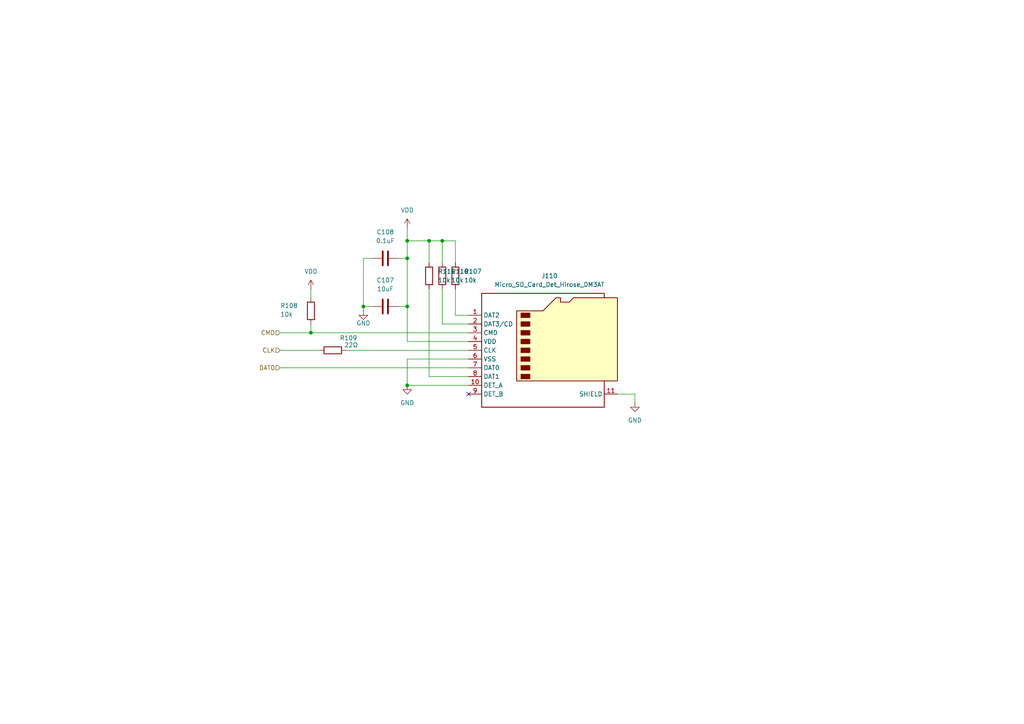
<source format=kicad_sch>
(kicad_sch (version 20250114) (generator "eeschema") (generator_version "9.0")
  (paper "A4")
  (lib_symbols
    (symbol "Connector:Micro_SD_Card_Det_Hirose_DM3AT"
      (property "Reference" "J" (at -16.51 17.78 0))
      (property "Value" "Micro_SD_Card_Det_Hirose_DM3AT" (at 16.51 17.78 0))
      (symbol "Micro_SD_Card_Det_Hirose_DM3AT_0_1"
        (polyline (pts (xy -8.89 -8.89) (xy -8.89 11.43) (xy -1.27 11.43) (xy 2.54 15.24) (xy 3.81 15.24) (xy 3.81 13.97) (xy 6.35 13.97) (xy 7.62 15.24) (xy 20.32 15.24) (xy 20.32 -8.89) (xy -8.89 -8.89)) (stroke (width 0.254)) (fill (type background)))
        (rectangle (start -7.62 10.795) (end -5.08 9.525) (stroke (width 0.254)) (fill (type outline)))
        (rectangle (start -7.62 8.255) (end -5.08 6.985) (stroke (width 0.254)) (fill (type outline)))
        (rectangle (start -7.62 5.715) (end -5.08 4.445) (stroke (width 0.254)) (fill (type outline)))
        (rectangle (start -7.62 3.175) (end -5.08 1.905) (stroke (width 0.254)) (fill (type outline)))
        (rectangle (start -7.62 0.635) (end -5.08 -0.635) (stroke (width 0.254)) (fill (type outline)))
        (rectangle (start -7.62 -1.905) (end -5.08 -3.175) (stroke (width 0.254)) (fill (type outline)))
        (rectangle (start -7.62 -4.445) (end -5.08 -5.715) (stroke (width 0.254)) (fill (type outline)))
        (rectangle (start -7.62 -6.985) (end -5.08 -8.255) (stroke (width 0.254)) (fill (type outline)))
        (polyline (pts (xy 16.51 15.24) (xy 16.51 16.51) (xy -19.05 16.51) (xy -19.05 -16.51) (xy 16.51 -16.51) (xy 16.51 -8.89)) (stroke (width 0.254)))
      )
      (symbol "Micro_SD_Card_Det_Hirose_DM3AT_1_1"
        (pin bidirectional line (at -22.86 10.16 0) (length 3.81) (name "DAT2") (number "1"))
        (pin bidirectional line (at -22.86 7.62 0) (length 3.81) (name "DAT3/CD") (number "2"))
        (pin input line (at -22.86 5.08 0) (length 3.81) (name "CMD") (number "3"))
        (pin power_in line (at -22.86 2.54 0) (length 3.81) (name "VDD") (number "4"))
        (pin input line (at -22.86 0 0) (length 3.81) (name "CLK") (number "5"))
        (pin power_in line (at -22.86 -2.54 0) (length 3.81) (name "VSS") (number "6"))
        (pin bidirectional line (at -22.86 -5.08 0) (length 3.81) (name "DAT0") (number "7"))
        (pin bidirectional line (at -22.86 -7.62 0) (length 3.81) (name "DAT1") (number "8"))
        (pin passive line (at -22.86 -10.16 0) (length 3.81) (name "DET_A") (number "10"))
        (pin passive line (at -22.86 -12.7 0) (length 3.81) (name "DET_B") (number "9"))
        (pin passive line (at 20.32 -12.7 180) (length 3.81) (name "SHIELD") (number "11"))
      )
    )
    (symbol "Device:C" (pin_numbers (hide yes)) (pin_names (offset 0.254))
      (property "Reference" "C" (at 0.635 2.54 0))
      (property "Value" "C" (at 0.635 -2.54 0))
      (symbol "C_0_1"
        (polyline (pts (xy -2.032 0.762) (xy 2.032 0.762)) (stroke (width 0.508)))
        (polyline (pts (xy -2.032 -0.762) (xy 2.032 -0.762)) (stroke (width 0.508)))
      )
      (symbol "C_1_1"
        (pin passive line (at 0 3.81 270) (length 2.794) (name "~") (number "1"))
        (pin passive line (at 0 -3.81 90) (length 2.794) (name "~") (number "2"))
      )
    )
    (symbol "Device:R" (pin_numbers (hide yes)) (pin_names (offset 0))
      (property "Reference" "R" (at 2.032 0 90))
      (property "Value" "R" (at 0 0 90))
      (symbol "R_0_1"
        (rectangle (start -1.016 -2.54) (end 1.016 2.54) (stroke (width 0.254)))
      )
      (symbol "R_1_1"
        (pin passive line (at 0 3.81 270) (length 1.27) (name "~") (number "1"))
        (pin passive line (at 0 -3.81 90) (length 1.27) (name "~") (number "2"))
      )
    )
    (symbol "power:GND" (power) (pin_numbers (hide yes)) (pin_names (offset 0) (hide yes))
      (property "Value" "GND" (at 0 -3.81 0))
      (symbol "GND_0_1"
        (polyline (pts (xy 0 0) (xy 0 -1.27) (xy 1.27 -1.27) (xy 0 -2.54) (xy -1.27 -1.27) (xy 0 -1.27)))
      )
      (symbol "GND_1_1"
        (pin power_in line (at 0 0 270) (length 0) (name "~") (number "1"))
      )
    )
    (symbol "power:VDD" (power) (pin_numbers (hide yes)) (pin_names (offset 0) (hide yes))
      (property "Value" "VDD" (at 0 3.556 0))
      (symbol "VDD_0_1"
        (polyline (pts (xy -0.762 1.27) (xy 0 2.54)))
        (polyline (pts (xy 0 2.54) (xy 0.762 1.27)))
        (polyline (pts (xy 0 0) (xy 0 2.54)))
      )
      (symbol "VDD_1_1"
        (pin power_in line (at 0 0 90) (length 0) (name "~") (number "1"))
      )
    )
  )
  (junction (at 118.11 88.9))
  (junction (at 118.11 111.76))
  (junction (at 124.46 69.85))
  (junction (at 118.11 74.93))
  (junction (at 128.27 69.85))
  (junction (at 105.41 88.9))
  (junction (at 118.11 69.85))
  (junction (at 90.17 96.52))
  (no_connect (at 135.89 114.3))
  (wire (pts (xy 118.11 69.85) (xy 118.11 74.93)))
  (wire (pts (xy 118.11 111.76) (xy 135.89 111.76)))
  (wire (pts (xy 128.27 93.98) (xy 128.27 83.82)))
  (wire (pts (xy 128.27 69.85) (xy 128.27 76.2)))
  (wire (pts (xy 184.15 114.3) (xy 184.15 116.84)))
  (wire (pts (xy 115.57 74.93) (xy 118.11 74.93)))
  (wire (pts (xy 105.41 74.93) (xy 105.41 88.9)))
  (wire (pts (xy 107.95 74.93) (xy 105.41 74.93)))
  (wire (pts (xy 118.11 104.14) (xy 118.11 111.76)))
  (wire (pts (xy 135.89 99.06) (xy 118.11 99.06)))
  (wire (pts (xy 118.11 66.04) (xy 118.11 69.85)))
  (wire (pts (xy 100.33 101.6) (xy 135.89 101.6)))
  (wire (pts (xy 90.17 83.82) (xy 90.17 86.36)))
  (wire (pts (xy 107.95 88.9) (xy 105.41 88.9)))
  (wire (pts (xy 115.57 88.9) (xy 118.11 88.9)))
  (wire (pts (xy 124.46 69.85) (xy 124.46 76.2)))
  (wire (pts (xy 132.08 69.85) (xy 128.27 69.85)))
  (wire (pts (xy 135.89 93.98) (xy 128.27 93.98)))
  (wire (pts (xy 179.07 114.3) (xy 184.15 114.3)))
  (wire (pts (xy 128.27 69.85) (xy 124.46 69.85)))
  (wire (pts (xy 124.46 69.85) (xy 118.11 69.85)))
  (wire (pts (xy 90.17 93.98) (xy 90.17 96.52)))
  (wire (pts (xy 135.89 109.22) (xy 124.46 109.22)))
  (wire (pts (xy 135.89 104.14) (xy 118.11 104.14)))
  (wire (pts (xy 81.28 106.68) (xy 135.89 106.68)))
  (wire (pts (xy 132.08 69.85) (xy 132.08 76.2)))
  (wire (pts (xy 135.89 91.44) (xy 132.08 91.44)))
  (wire (pts (xy 105.41 88.9) (xy 105.41 90.17)))
  (wire (pts (xy 81.28 101.6) (xy 92.71 101.6)))
  (wire (pts (xy 118.11 74.93) (xy 118.11 88.9)))
  (wire (pts (xy 81.28 96.52) (xy 90.17 96.52)))
  (wire (pts (xy 90.17 96.52) (xy 135.89 96.52)))
  (wire (pts (xy 118.11 88.9) (xy 118.11 99.06)))
  (wire (pts (xy 124.46 83.82) (xy 124.46 109.22)))
  (wire (pts (xy 132.08 83.82) (xy 132.08 91.44)))
  (hierarchical_label "CLK" (shape input) (at 81.28 101.6 180))
  (hierarchical_label "CMD" (shape input) (at 81.28 96.52 180))
  (hierarchical_label "DAT0" (shape input) (at 81.28 106.68 180))
  (symbol (lib_id "Device:C") (at 111.76 88.9 90) (unit 1)
    (property "Reference" "C107" (at 111.76 81.28 90))
    (property "Value" "10uF" (at 111.76 83.82 90))
    (property "Footprint" "Capacitor_THT:C_Axial_L3.8mm_D2.6mm_P7.50mm_Horizontal" (effects (hide yes)))
    (property "Description" "Unpolarized capacitor" (effects (hide yes)))
  )
  (symbol (lib_id "power:GND") (at 184.15 116.84 0) (unit 1)
    (property "Reference" "#PWR0104" (effects (hide yes)))
    (property "Value" "GND" (at 184.15 121.92 0))
    (property "Description" "Power symbol creates a global label with name \"GND\" , ground" (effects (hide yes)))
  )
  (symbol (lib_id "power:VDD") (at 90.17 83.82 0) (unit 1)
    (property "Reference" "#PWR0107" (effects (hide yes)))
    (property "Value" "VDD" (at 90.17 78.74 0))
    (property "Description" "Power symbol creates a global label with name \"VDD\"" (effects (hide yes)))
  )
  (symbol (lib_id "Device:R") (at 96.52 101.6 90) (unit 1)
    (property "Reference" "R109" (at 101.092 98.044 90))
    (property "Value" "22Ω" (at 101.854 100.076 90))
    (property "Footprint" "Resistor_THT:R_Axial_DIN0204_L3.6mm_D1.6mm_P5.08mm_Horizontal" (effects (hide yes)))
    (property "Description" "Resistor" (effects (hide yes)))
  )
  (symbol (lib_id "Device:C") (at 111.76 74.93 90) (unit 1)
    (property "Reference" "C108" (at 111.76 67.31 90))
    (property "Value" "0.1uF" (at 111.76 69.85 90))
    (property "Footprint" "Capacitor_THT:C_Axial_L3.8mm_D2.6mm_P7.50mm_Horizontal" (effects (hide yes)))
    (property "Description" "Unpolarized capacitor" (effects (hide yes)))
  )
  (symbol (lib_id "Device:R") (at 124.46 80.01 0) (unit 1)
    (property "Reference" "R111" (at 127 78.7399 0) (effects (justify left)))
    (property "Value" "10k" (at 127 81.2799 0) (effects (justify left)))
    (property "Footprint" "Resistor_THT:R_Axial_DIN0204_L3.6mm_D1.6mm_P5.08mm_Horizontal" (effects (hide yes)))
    (property "Description" "Resistor" (effects (hide yes)))
  )
  (symbol (lib_id "power:GND") (at 105.41 90.17 0) (unit 1)
    (property "Reference" "#PWR0106" (effects (hide yes)))
    (property "Value" "GND" (at 105.41 93.726 0))
    (property "Description" "Power symbol creates a global label with name \"GND\" , ground" (effects (hide yes)))
  )
  (symbol (lib_id "Connector:Micro_SD_Card_Det_Hirose_DM3AT") (at 158.75 101.6 0) (unit 1)
    (property "Reference" "J110" (at 159.385 80.01 0))
    (property "Value" "Micro_SD_Card_Det_Hirose_DM3AT" (at 159.385 82.55 0))
    (property "Footprint" "Connector_Card:microSD_HC_Hirose_DM3AT-SF-PEJM5" (effects (hide yes)))
    (property "Datasheet" "https://www.hirose.com/product/en/download_file/key_name/DM3/category/Catalog/doc_file_id/49662/?file_category_id=4&item_id=195&is_series=1" (effects (hide yes)))
    (property "Description" "Micro SD Card Socket with card detection pins" (effects (hide yes)))
  )
  (symbol (lib_id "Device:R") (at 90.17 90.17 0) (unit 1)
    (property "Reference" "R108" (at 81.28 88.646 0) (effects (justify left)))
    (property "Value" "10k" (at 81.28 91.186 0) (effects (justify left)))
    (property "Footprint" "Resistor_THT:R_Axial_DIN0204_L3.6mm_D1.6mm_P5.08mm_Horizontal" (effects (hide yes)))
    (property "Description" "Resistor" (effects (hide yes)))
  )
  (symbol (lib_id "power:GND") (at 118.11 111.76 0) (unit 1)
    (property "Reference" "#PWR0108" (effects (hide yes)))
    (property "Value" "GND" (at 118.11 116.84 0))
    (property "Description" "Power symbol creates a global label with name \"GND\" , ground" (effects (hide yes)))
  )
  (symbol (lib_id "Device:R") (at 132.08 80.01 0) (unit 1)
    (property "Reference" "R107" (at 134.62 78.7399 0) (effects (justify left)))
    (property "Value" "10k" (at 134.62 81.2799 0) (effects (justify left)))
    (property "Footprint" "Resistor_THT:R_Axial_DIN0204_L3.6mm_D1.6mm_P5.08mm_Horizontal" (effects (hide yes)))
    (property "Description" "Resistor" (effects (hide yes)))
  )
  (symbol (lib_id "power:VDD") (at 118.11 66.04 0) (unit 1)
    (property "Reference" "#PWR0105" (effects (hide yes)))
    (property "Value" "VDD" (at 118.11 60.96 0))
    (property "Description" "Power symbol creates a global label with name \"VDD\"" (effects (hide yes)))
  )
  (symbol (lib_id "Device:R") (at 128.27 80.01 0) (unit 1)
    (property "Reference" "R110" (at 130.81 78.7399 0) (effects (justify left)))
    (property "Value" "10k" (at 130.81 81.2799 0) (effects (justify left)))
    (property "Footprint" "Resistor_THT:R_Axial_DIN0204_L3.6mm_D1.6mm_P5.08mm_Horizontal" (effects (hide yes)))
    (property "Description" "Resistor" (effects (hide yes)))
  )
)
</source>
